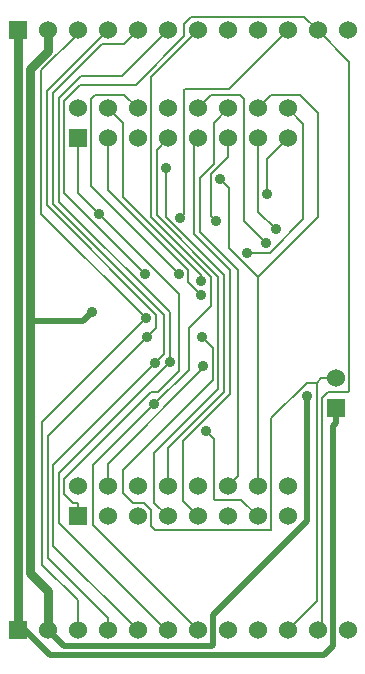
<source format=gbl>
G04 (created by PCBNEW-RS274X (2011-aug-04)-testing) date Wed 17 Apr 2013 04:09:18 PM PDT*
G01*
G70*
G90*
%MOIN*%
G04 Gerber Fmt 3.4, Leading zero omitted, Abs format*
%FSLAX34Y34*%
G04 APERTURE LIST*
%ADD10C,0.006000*%
%ADD11R,0.060000X0.060000*%
%ADD12C,0.060000*%
%ADD13C,0.035000*%
%ADD14C,0.008000*%
%ADD15C,0.030000*%
%ADD16C,0.019000*%
G04 APERTURE END LIST*
G54D10*
G54D11*
X31400Y-35800D03*
G54D12*
X31400Y-34800D03*
G54D11*
X20799Y-23200D03*
G54D12*
X21799Y-23200D03*
X22799Y-23200D03*
X23799Y-23200D03*
X24799Y-23200D03*
X25799Y-23200D03*
X26799Y-23200D03*
X27799Y-23200D03*
X28799Y-23200D03*
X29799Y-23200D03*
X30799Y-23200D03*
X31799Y-23200D03*
G54D11*
X20799Y-43197D03*
G54D12*
X21799Y-43197D03*
X22799Y-43197D03*
X23799Y-43197D03*
X24799Y-43197D03*
X25799Y-43197D03*
X26799Y-43197D03*
X27799Y-43197D03*
X28799Y-43197D03*
X29799Y-43197D03*
X30799Y-43197D03*
X31799Y-43197D03*
G54D11*
X22799Y-39398D03*
G54D12*
X22799Y-38398D03*
X23799Y-39398D03*
X23799Y-38398D03*
X24799Y-39398D03*
X24799Y-38398D03*
X25799Y-39398D03*
X25799Y-38398D03*
X26799Y-39398D03*
X26799Y-38398D03*
X27799Y-39398D03*
X27799Y-38398D03*
X28799Y-39398D03*
X28799Y-38398D03*
X29799Y-39398D03*
X29799Y-38398D03*
G54D11*
X22799Y-26799D03*
G54D12*
X22799Y-25799D03*
X23799Y-26799D03*
X23799Y-25799D03*
X24799Y-26799D03*
X24799Y-25799D03*
X25799Y-26799D03*
X25799Y-25799D03*
X26799Y-26799D03*
X26799Y-25799D03*
X27799Y-26799D03*
X27799Y-25799D03*
X28799Y-26799D03*
X28799Y-25799D03*
X29799Y-26799D03*
X29799Y-25799D03*
G54D13*
X26934Y-33405D03*
X26224Y-29436D03*
X25098Y-33431D03*
X27074Y-36563D03*
X26914Y-32009D03*
X26908Y-31554D03*
X29077Y-30284D03*
X26164Y-31321D03*
X27415Y-29567D03*
X29117Y-28667D03*
X28458Y-30605D03*
X26988Y-34382D03*
X29395Y-29832D03*
X25354Y-35643D03*
X25865Y-34253D03*
X25389Y-34271D03*
X25054Y-31332D03*
X27552Y-28160D03*
X25744Y-27785D03*
X23513Y-29325D03*
X25068Y-32791D03*
X30438Y-35391D03*
X23262Y-32598D03*
G54D14*
X30764Y-42232D02*
X30764Y-34937D01*
X29799Y-43197D02*
X30764Y-42232D01*
X30901Y-34800D02*
X30764Y-34937D01*
X31400Y-34800D02*
X30901Y-34800D01*
X27307Y-33778D02*
X26934Y-33405D01*
X27307Y-34860D02*
X27307Y-33778D01*
X24299Y-37868D02*
X27307Y-34860D01*
X24299Y-38614D02*
X24299Y-37868D01*
X24639Y-38954D02*
X24299Y-38614D01*
X25011Y-38954D02*
X24639Y-38954D01*
X25252Y-39195D02*
X25011Y-38954D01*
X25252Y-39734D02*
X25252Y-39195D01*
X25360Y-39842D02*
X25252Y-39734D01*
X29233Y-39842D02*
X25360Y-39842D01*
X29255Y-39820D02*
X29233Y-39842D01*
X29255Y-36123D02*
X29255Y-39820D01*
X30441Y-34937D02*
X29255Y-36123D01*
X30764Y-34937D02*
X30441Y-34937D01*
X26356Y-29304D02*
X26224Y-29436D01*
X26356Y-25179D02*
X26356Y-29304D01*
X26378Y-25157D02*
X26356Y-25179D01*
X27842Y-25157D02*
X26378Y-25157D01*
X29799Y-23200D02*
X27842Y-25157D01*
X25419Y-33110D02*
X25098Y-33431D01*
X25419Y-32678D02*
X25419Y-33110D01*
X21767Y-29026D02*
X25419Y-32678D01*
X21767Y-25232D02*
X21767Y-29026D01*
X23799Y-23200D02*
X21767Y-25232D01*
X23799Y-42790D02*
X23799Y-43197D01*
X21799Y-40790D02*
X23799Y-42790D01*
X21799Y-36730D02*
X21799Y-40790D01*
X25098Y-33431D02*
X21799Y-36730D01*
X27343Y-36832D02*
X27074Y-36563D01*
X27343Y-38820D02*
X27343Y-36832D01*
X27365Y-38842D02*
X27343Y-38820D01*
X28243Y-38842D02*
X27365Y-38842D01*
X28799Y-39398D02*
X28243Y-38842D01*
X26482Y-31577D02*
X26914Y-32009D01*
X26482Y-31188D02*
X26482Y-31577D01*
X23799Y-28505D02*
X26482Y-31188D01*
X23799Y-26799D02*
X23799Y-28505D01*
X24299Y-26299D02*
X23799Y-25799D01*
X24299Y-28745D02*
X24299Y-26299D01*
X26908Y-31354D02*
X24299Y-28745D01*
X26908Y-31554D02*
X26908Y-31354D01*
X28347Y-29554D02*
X29077Y-30284D01*
X28347Y-25473D02*
X28347Y-29554D01*
X28221Y-25347D02*
X28347Y-25473D01*
X27251Y-25347D02*
X28221Y-25347D01*
X26799Y-25799D02*
X27251Y-25347D01*
X23243Y-28400D02*
X26164Y-31321D01*
X23243Y-25473D02*
X23243Y-28400D01*
X23377Y-25339D02*
X23243Y-25473D01*
X24339Y-25339D02*
X23377Y-25339D01*
X24799Y-25799D02*
X24339Y-25339D01*
X27233Y-29385D02*
X27415Y-29567D01*
X27233Y-27999D02*
X27233Y-29385D01*
X27799Y-27433D02*
X27233Y-27999D01*
X27799Y-26799D02*
X27799Y-27433D01*
X29117Y-27481D02*
X29117Y-28667D01*
X29799Y-26799D02*
X29117Y-27481D01*
X29208Y-30605D02*
X28458Y-30605D01*
X30317Y-29496D02*
X29208Y-30605D01*
X30317Y-26317D02*
X30317Y-29496D01*
X29799Y-25799D02*
X30317Y-26317D01*
X26988Y-34460D02*
X26988Y-34382D01*
X23799Y-37649D02*
X26988Y-34460D01*
X23799Y-38398D02*
X23799Y-37649D01*
X28799Y-29236D02*
X29395Y-29832D01*
X28799Y-26799D02*
X28799Y-29236D01*
X23299Y-37698D02*
X25354Y-35643D01*
X23299Y-39697D02*
X23299Y-37698D01*
X26799Y-43197D02*
X23299Y-39697D01*
X25242Y-24757D02*
X26799Y-23200D01*
X25242Y-29429D02*
X25242Y-24757D01*
X27233Y-31420D02*
X25242Y-29429D01*
X27233Y-32373D02*
X27233Y-31420D01*
X26494Y-33112D02*
X27233Y-32373D01*
X26494Y-34503D02*
X26494Y-33112D01*
X25354Y-35643D02*
X26494Y-34503D01*
X24269Y-24730D02*
X25799Y-23200D01*
X24269Y-24731D02*
X24269Y-24730D01*
X22903Y-24731D02*
X24269Y-24731D01*
X22172Y-25462D02*
X22903Y-24731D01*
X22172Y-28909D02*
X22172Y-25462D01*
X25865Y-32602D02*
X22172Y-28909D01*
X25865Y-34253D02*
X25865Y-32602D01*
X25756Y-43197D02*
X25799Y-43197D01*
X22165Y-39606D02*
X25756Y-43197D01*
X22165Y-37953D02*
X22165Y-39606D01*
X25865Y-34253D02*
X22165Y-37953D01*
X25681Y-33979D02*
X25389Y-34271D01*
X25681Y-32679D02*
X25681Y-33979D01*
X21988Y-28986D02*
X25681Y-32679D01*
X21988Y-25272D02*
X21988Y-28986D01*
X23617Y-23643D02*
X21988Y-25272D01*
X24356Y-23643D02*
X23617Y-23643D01*
X24799Y-23200D02*
X24356Y-23643D01*
X21982Y-40380D02*
X24799Y-43197D01*
X21982Y-37678D02*
X21982Y-40380D01*
X25389Y-34271D02*
X21982Y-37678D01*
X31844Y-24245D02*
X30799Y-23200D01*
X31844Y-35224D02*
X31844Y-24245D01*
X31822Y-35246D02*
X31844Y-35224D01*
X31152Y-35246D02*
X31822Y-35246D01*
X30957Y-35441D02*
X31152Y-35246D01*
X30957Y-43039D02*
X30957Y-35441D01*
X30799Y-43197D02*
X30957Y-43039D01*
X30355Y-22756D02*
X30799Y-23200D01*
X26587Y-22756D02*
X30355Y-22756D01*
X26355Y-22988D02*
X26587Y-22756D01*
X26355Y-23383D02*
X26355Y-22988D01*
X24730Y-25008D02*
X26355Y-23383D01*
X22886Y-25008D02*
X24730Y-25008D01*
X22356Y-25538D02*
X22886Y-25008D01*
X22356Y-28634D02*
X22356Y-25538D01*
X25054Y-31332D02*
X22356Y-28634D01*
X26299Y-38898D02*
X26799Y-39398D01*
X26299Y-36880D02*
X26299Y-38898D01*
X27869Y-35310D02*
X26299Y-36880D01*
X27869Y-31169D02*
X27869Y-35310D01*
X26684Y-29984D02*
X27869Y-31169D01*
X26684Y-26914D02*
X26684Y-29984D01*
X26799Y-26799D02*
X26684Y-26914D01*
X28813Y-38384D02*
X28799Y-38398D01*
X28813Y-31411D02*
X28813Y-38384D01*
X29251Y-25347D02*
X28799Y-25799D01*
X30221Y-25347D02*
X29251Y-25347D01*
X30810Y-25936D02*
X30221Y-25347D01*
X30810Y-29414D02*
X30810Y-25936D01*
X28813Y-31411D02*
X30810Y-29414D01*
X27850Y-30448D02*
X28813Y-31411D01*
X27850Y-28458D02*
X27850Y-30448D01*
X27552Y-28160D02*
X27850Y-28458D01*
X25744Y-29411D02*
X25744Y-27785D01*
X27673Y-31340D02*
X25744Y-29411D01*
X27673Y-35246D02*
X27673Y-31340D01*
X25799Y-37120D02*
X27673Y-35246D01*
X25799Y-38398D02*
X25799Y-37120D01*
X28130Y-38067D02*
X27799Y-38398D01*
X28130Y-31170D02*
X28130Y-38067D01*
X26868Y-29908D02*
X28130Y-31170D01*
X26868Y-28103D02*
X26868Y-29908D01*
X27326Y-27645D02*
X26868Y-28103D01*
X27326Y-26272D02*
X27326Y-27645D01*
X27799Y-25799D02*
X27326Y-26272D01*
X22799Y-39398D02*
X22799Y-38955D01*
X26184Y-31996D02*
X23513Y-29325D01*
X26184Y-34552D02*
X26184Y-31996D01*
X25468Y-35268D02*
X26184Y-34552D01*
X25227Y-35268D02*
X25468Y-35268D01*
X22349Y-38146D02*
X25227Y-35268D01*
X22349Y-38659D02*
X22349Y-38146D01*
X22645Y-38955D02*
X22349Y-38659D01*
X22799Y-38955D02*
X22645Y-38955D01*
X22799Y-28611D02*
X23513Y-29325D01*
X22799Y-26799D02*
X22799Y-28611D01*
X25426Y-27172D02*
X25799Y-26799D01*
X25426Y-29353D02*
X25426Y-27172D01*
X27490Y-31417D02*
X25426Y-29353D01*
X27490Y-35137D02*
X27490Y-31417D01*
X25343Y-37284D02*
X27490Y-35137D01*
X25343Y-38942D02*
X25343Y-37284D01*
X25799Y-39398D02*
X25343Y-38942D01*
X21583Y-29306D02*
X25068Y-32791D01*
X21583Y-24533D02*
X21583Y-29306D01*
X22799Y-23317D02*
X21583Y-24533D01*
X22799Y-23200D02*
X22799Y-23317D01*
X22799Y-42197D02*
X22799Y-43197D01*
X21615Y-41013D02*
X22799Y-42197D01*
X21615Y-36244D02*
X21615Y-41013D01*
X25068Y-32791D02*
X21615Y-36244D01*
G54D15*
X20799Y-43197D02*
X20799Y-42945D01*
X20799Y-42945D02*
X20799Y-23200D01*
G54D16*
X31299Y-36399D02*
X31400Y-36298D01*
X31299Y-43725D02*
X31299Y-36399D01*
X31002Y-44022D02*
X31299Y-43725D01*
X21876Y-44022D02*
X31002Y-44022D01*
X20799Y-42945D02*
X21876Y-44022D01*
X31400Y-35800D02*
X31400Y-36298D01*
X30438Y-39560D02*
X30438Y-35391D01*
X27299Y-42699D02*
X30438Y-39560D01*
X27299Y-43674D02*
X27299Y-42699D01*
X27245Y-43728D02*
X27299Y-43674D01*
X22330Y-43728D02*
X27245Y-43728D01*
X21799Y-43197D02*
X22330Y-43728D01*
G54D15*
X21200Y-41299D02*
X21200Y-32899D01*
X21800Y-41899D02*
X21200Y-41299D01*
X21800Y-42200D02*
X21800Y-41899D01*
X21799Y-42199D02*
X21800Y-42200D01*
X21799Y-43197D02*
X21799Y-42199D01*
X21799Y-23901D02*
X21799Y-23200D01*
X21200Y-24500D02*
X21799Y-23901D01*
X21200Y-32899D02*
X21200Y-24500D01*
G54D16*
X22961Y-32899D02*
X23262Y-32598D01*
X21200Y-32899D02*
X22961Y-32899D01*
M02*

</source>
